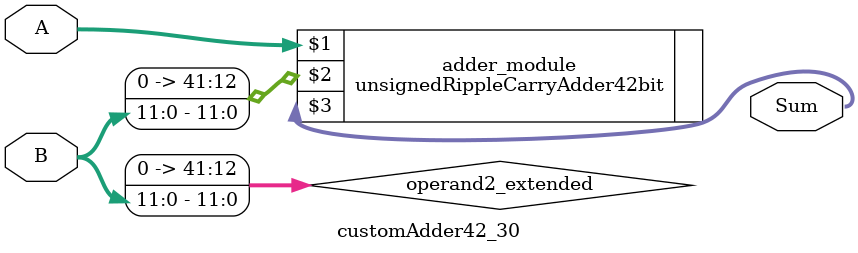
<source format=v>
module customAdder42_30(
                        input [41 : 0] A,
                        input [11 : 0] B,
                        
                        output [42 : 0] Sum
                );

        wire [41 : 0] operand2_extended;
        
        assign operand2_extended =  {30'b0, B};
        
        unsignedRippleCarryAdder42bit adder_module(
            A,
            operand2_extended,
            Sum
        );
        
        endmodule
        
</source>
